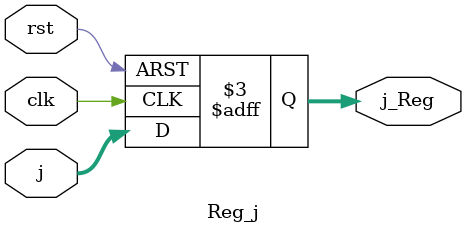
<source format=v>
module Reg_j(j_Reg,clk,rst,j);
output reg [1:0] j_Reg;
input clk,rst;
input [1:0] j;

always @ (posedge clk or negedge rst)
	begin
		if (!rst ) 
			j_Reg<=0; 
		else  
			j_Reg<=j; 
	end
endmodule

</source>
